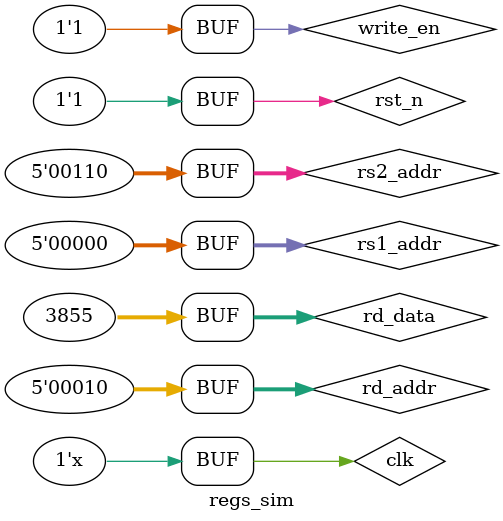
<source format=v>
`timescale 1ns / 1ps


module regs_sim(

    );
reg clk=1'b0;
reg rst_n=1'b1;
reg[4:0] rs1_addr;
reg[4:0] rs2_addr;
reg[4:0] rd_addr;
reg[31:0] rd_data;
reg write_en;

wire[31:0] rs1_data;
wire[31:0] rs2_data;    
    
regs uut (clk,rst_n,rs1_addr,rs2_addr,rd_addr,rd_data,write_en,rs1_data,rs2_data);

always #5 clk= !clk;

initial
begin
#10
write_en=1'b1;
#10
rd_addr <= 5'b00001;
rd_data <= 32'h00000001;
#10
rd_addr <= 5'b00101;
rd_data <= 32'h00000fff;
#10
write_en<=1'b0;
rs1_addr<=5'b00001;
rs2_addr<=5'b00101;
#10
rs1_addr<=5'b00000;
rs2_addr<=5'b00110;

#10
write_en=1'b1;
rd_addr <= 5'b00010;
rd_data <= 32'h00000f0f;
rs1_addr <= 5'b00010;

#10
rst_n<=1'b0;
#10
rst_n<=1'b1;
rs1_addr<=5'b00000;
rs2_addr<=5'b00110;


end    
    
    

endmodule

</source>
